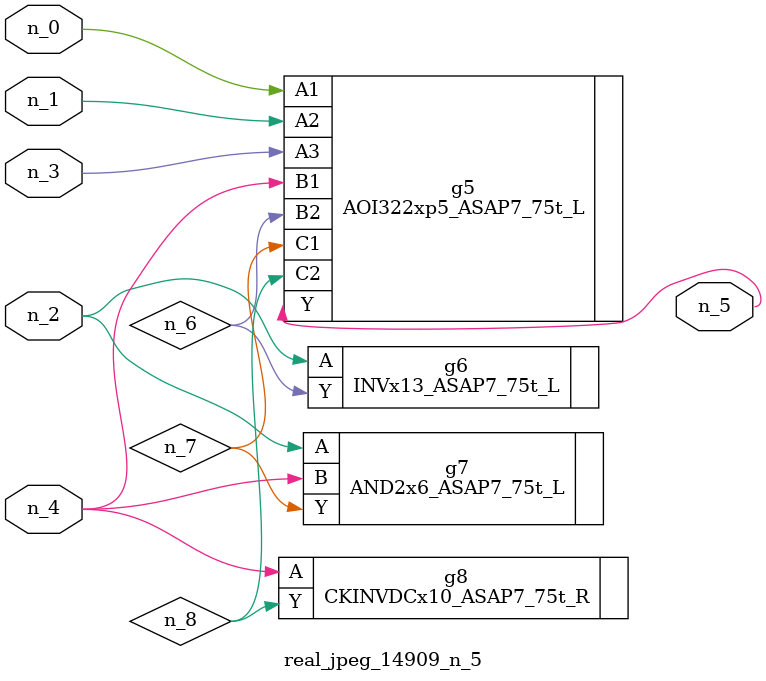
<source format=v>
module real_jpeg_14909_n_5 (n_4, n_0, n_1, n_2, n_3, n_5);

input n_4;
input n_0;
input n_1;
input n_2;
input n_3;

output n_5;

wire n_8;
wire n_6;
wire n_7;

AOI322xp5_ASAP7_75t_L g5 ( 
.A1(n_0),
.A2(n_1),
.A3(n_3),
.B1(n_4),
.B2(n_6),
.C1(n_7),
.C2(n_8),
.Y(n_5)
);

INVx13_ASAP7_75t_L g6 ( 
.A(n_2),
.Y(n_6)
);

AND2x6_ASAP7_75t_L g7 ( 
.A(n_2),
.B(n_4),
.Y(n_7)
);

CKINVDCx10_ASAP7_75t_R g8 ( 
.A(n_4),
.Y(n_8)
);


endmodule
</source>
